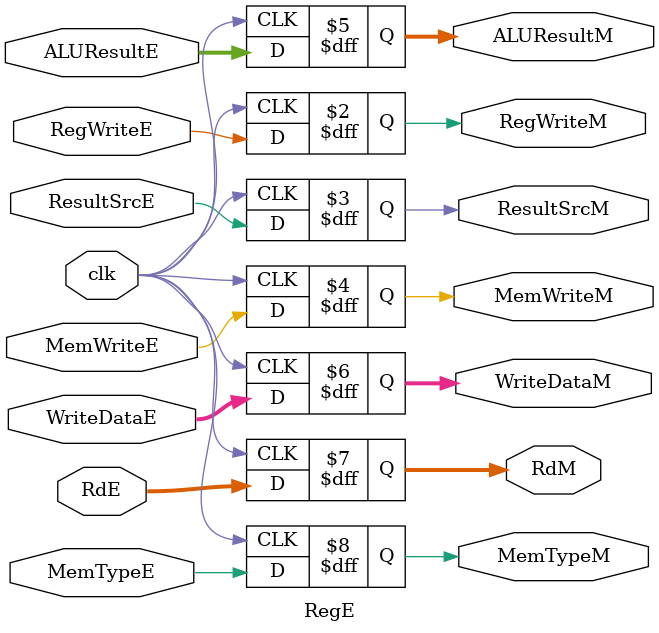
<source format=sv>
module RegE (
    input logic                 RegWriteE,
    input logic                 ResultSrcE,
    input logic                 MemWriteE,
    input logic  [31:0]         ALUResultE,
    input logic  [31:0]         WriteDataE,
    input logic  [4:0]          RdE,
    input logic                 clk,
    input logic                 MemTypeE,
    
    output logic                 RegWriteM,
    output logic                 ResultSrcM,
    output logic                 MemWriteM,
    output logic  [31:0]         ALUResultM,
    output logic  [31:0]         WriteDataM,
    output logic  [4:0]          RdM,
    output logic                 MemTypeM

);

always_ff @(negedge clk) begin
    RegWriteM   <= RegWriteE;
    ResultSrcM  <= ResultSrcE;
    MemWriteM   <= MemWriteE;
    ALUResultM  <= ALUResultE;
    WriteDataM  <= WriteDataE;
    RdM         <= RdE;
    MemTypeM    <= MemTypeE;
end
    
endmodule

</source>
